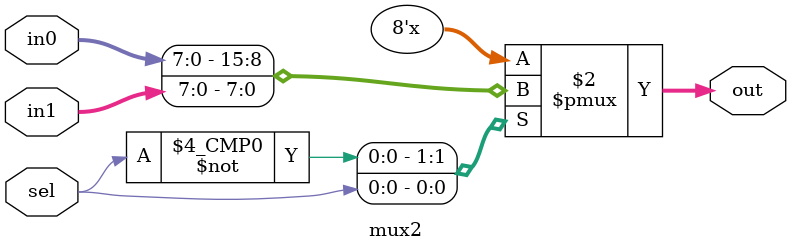
<source format=v>
module mux2(input wire [7:0]in0,
				  input wire [7:0]in1,
				  input wire sel,
				  output reg [7:0]out);
always @(*)
begin
case(sel)
0: out=in0;
1: out=in1;
default: out= 0;
endcase
end
endmodule 
</source>
